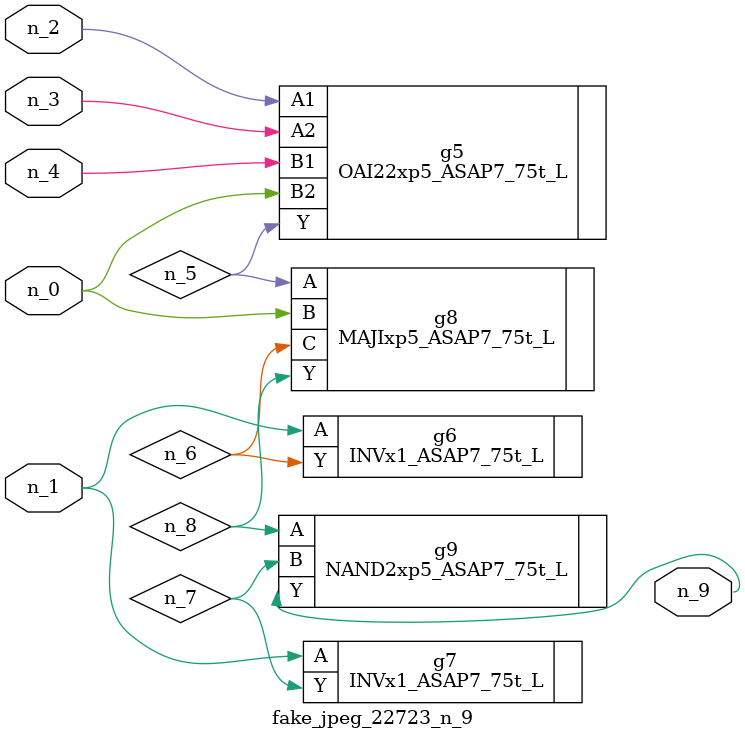
<source format=v>
module fake_jpeg_22723_n_9 (n_3, n_2, n_1, n_0, n_4, n_9);

input n_3;
input n_2;
input n_1;
input n_0;
input n_4;

output n_9;

wire n_8;
wire n_6;
wire n_5;
wire n_7;

OAI22xp5_ASAP7_75t_L g5 ( 
.A1(n_2),
.A2(n_3),
.B1(n_4),
.B2(n_0),
.Y(n_5)
);

INVx1_ASAP7_75t_L g6 ( 
.A(n_1),
.Y(n_6)
);

INVx1_ASAP7_75t_L g7 ( 
.A(n_1),
.Y(n_7)
);

MAJIxp5_ASAP7_75t_L g8 ( 
.A(n_5),
.B(n_0),
.C(n_6),
.Y(n_8)
);

NAND2xp5_ASAP7_75t_L g9 ( 
.A(n_8),
.B(n_7),
.Y(n_9)
);


endmodule
</source>
